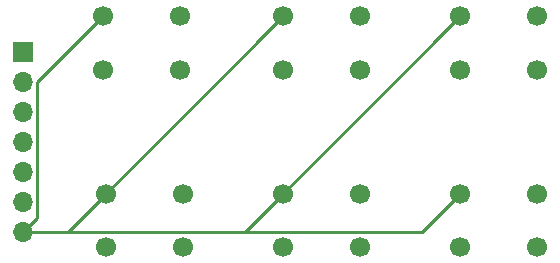
<source format=gbr>
%TF.GenerationSoftware,KiCad,Pcbnew,5.1.12-84ad8e8a86~92~ubuntu20.04.1*%
%TF.CreationDate,2021-11-18T20:56:59-07:00*%
%TF.ProjectId,macro-pad,6d616372-6f2d-4706-9164-2e6b69636164,rev?*%
%TF.SameCoordinates,Original*%
%TF.FileFunction,Copper,L2,Bot*%
%TF.FilePolarity,Positive*%
%FSLAX46Y46*%
G04 Gerber Fmt 4.6, Leading zero omitted, Abs format (unit mm)*
G04 Created by KiCad (PCBNEW 5.1.12-84ad8e8a86~92~ubuntu20.04.1) date 2021-11-18 20:56:59*
%MOMM*%
%LPD*%
G01*
G04 APERTURE LIST*
%TA.AperFunction,ComponentPad*%
%ADD10C,1.700000*%
%TD*%
%TA.AperFunction,ComponentPad*%
%ADD11O,1.700000X1.700000*%
%TD*%
%TA.AperFunction,ComponentPad*%
%ADD12R,1.700000X1.700000*%
%TD*%
%TA.AperFunction,Conductor*%
%ADD13C,0.250000*%
%TD*%
G04 APERTURE END LIST*
D10*
%TO.P,SW6,1*%
%TO.N,GND*%
X136000000Y-68000000D03*
%TO.P,SW6,2*%
%TO.N,Net-(J1-Pad6)*%
X142500000Y-68000000D03*
%TO.P,SW6,3*%
%TO.N,Net-(SW6-Pad3)*%
X136000000Y-72500000D03*
%TO.P,SW6,4*%
%TO.N,Net-(SW6-Pad4)*%
X142500000Y-72500000D03*
%TD*%
%TO.P,SW5,1*%
%TO.N,GND*%
X121000000Y-68000000D03*
%TO.P,SW5,2*%
%TO.N,Net-(J1-Pad5)*%
X127500000Y-68000000D03*
%TO.P,SW5,3*%
%TO.N,Net-(SW5-Pad3)*%
X121000000Y-72500000D03*
%TO.P,SW5,4*%
%TO.N,Net-(SW5-Pad4)*%
X127500000Y-72500000D03*
%TD*%
%TO.P,SW4,1*%
%TO.N,GND*%
X106000000Y-68000000D03*
%TO.P,SW4,2*%
%TO.N,Net-(J1-Pad4)*%
X112500000Y-68000000D03*
%TO.P,SW4,3*%
%TO.N,Net-(SW4-Pad3)*%
X106000000Y-72500000D03*
%TO.P,SW4,4*%
%TO.N,Net-(SW4-Pad4)*%
X112500000Y-72500000D03*
%TD*%
%TO.P,SW3,1*%
%TO.N,GND*%
X136000000Y-53000000D03*
%TO.P,SW3,2*%
%TO.N,Net-(J1-Pad3)*%
X142500000Y-53000000D03*
%TO.P,SW3,3*%
%TO.N,Net-(SW3-Pad3)*%
X136000000Y-57500000D03*
%TO.P,SW3,4*%
%TO.N,Net-(SW3-Pad4)*%
X142500000Y-57500000D03*
%TD*%
%TO.P,SW2,1*%
%TO.N,GND*%
X121000000Y-53000000D03*
%TO.P,SW2,2*%
%TO.N,Net-(J1-Pad2)*%
X127500000Y-53000000D03*
%TO.P,SW2,3*%
%TO.N,Net-(SW2-Pad3)*%
X121000000Y-57500000D03*
%TO.P,SW2,4*%
%TO.N,Net-(SW2-Pad4)*%
X127500000Y-57500000D03*
%TD*%
%TO.P,SW1,1*%
%TO.N,GND*%
X105750000Y-53000000D03*
%TO.P,SW1,2*%
%TO.N,Net-(J1-Pad1)*%
X112250000Y-53000000D03*
%TO.P,SW1,3*%
%TO.N,Net-(SW1-Pad3)*%
X105750000Y-57500000D03*
%TO.P,SW1,4*%
%TO.N,Net-(SW1-Pad4)*%
X112250000Y-57500000D03*
%TD*%
D11*
%TO.P,J1,7*%
%TO.N,GND*%
X99000000Y-71240000D03*
%TO.P,J1,6*%
%TO.N,Net-(J1-Pad6)*%
X99000000Y-68700000D03*
%TO.P,J1,5*%
%TO.N,Net-(J1-Pad5)*%
X99000000Y-66160000D03*
%TO.P,J1,4*%
%TO.N,Net-(J1-Pad4)*%
X99000000Y-63620000D03*
%TO.P,J1,3*%
%TO.N,Net-(J1-Pad3)*%
X99000000Y-61080000D03*
%TO.P,J1,2*%
%TO.N,Net-(J1-Pad2)*%
X99000000Y-58540000D03*
D12*
%TO.P,J1,1*%
%TO.N,Net-(J1-Pad1)*%
X99000000Y-56000000D03*
%TD*%
D13*
%TO.N,GND*%
X102760000Y-71240000D02*
X106000000Y-68000000D01*
X100175001Y-58574999D02*
X105750000Y-53000000D01*
X100175001Y-70064999D02*
X100175001Y-58574999D01*
X99000000Y-71240000D02*
X100175001Y-70064999D01*
X117760000Y-71240000D02*
X121000000Y-68000000D01*
X102760000Y-71240000D02*
X121000000Y-53000000D01*
X99000000Y-71240000D02*
X102760000Y-71240000D01*
X132760000Y-71240000D02*
X136000000Y-68000000D01*
X99000000Y-71240000D02*
X132760000Y-71240000D01*
X117760000Y-71240000D02*
X136000000Y-53000000D01*
X99000000Y-71240000D02*
X117760000Y-71240000D01*
%TD*%
M02*

</source>
